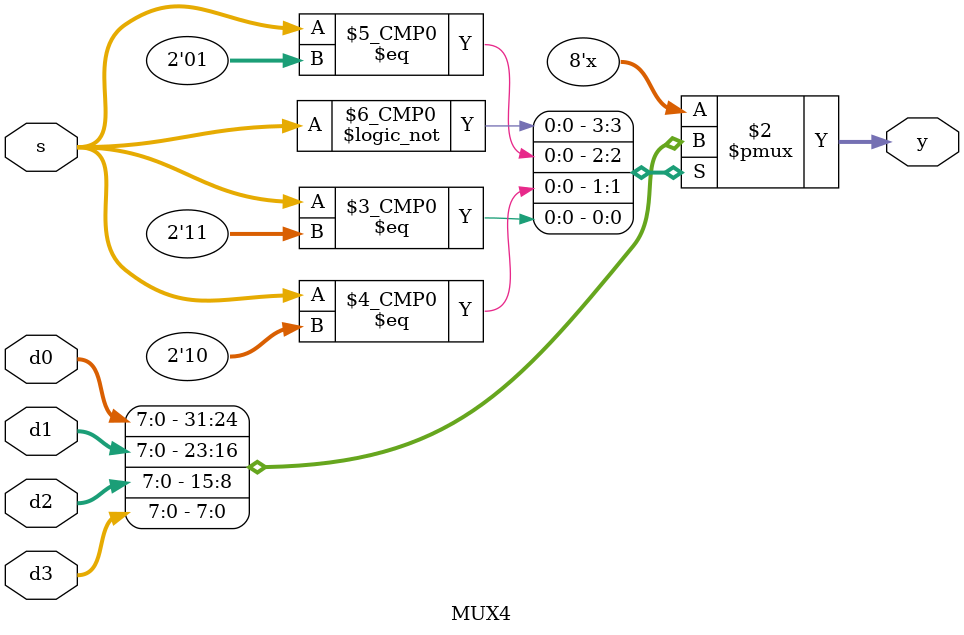
<source format=sv>
`timescale 1ns / 1ps


module MUX4 #(parameter WIDTH=8)(
    input logic [WIDTH-1:0]d0,d1,d2,d3,
    input logic [1:0]s,
    output logic [WIDTH-1:0]y
    );
    
    always_comb
        case(s)
            2'b00:y=d0;
            2'b01:y=d1;
            2'b10:y=d2;
            2'b11:y=d3;
        endcase
endmodule

</source>
